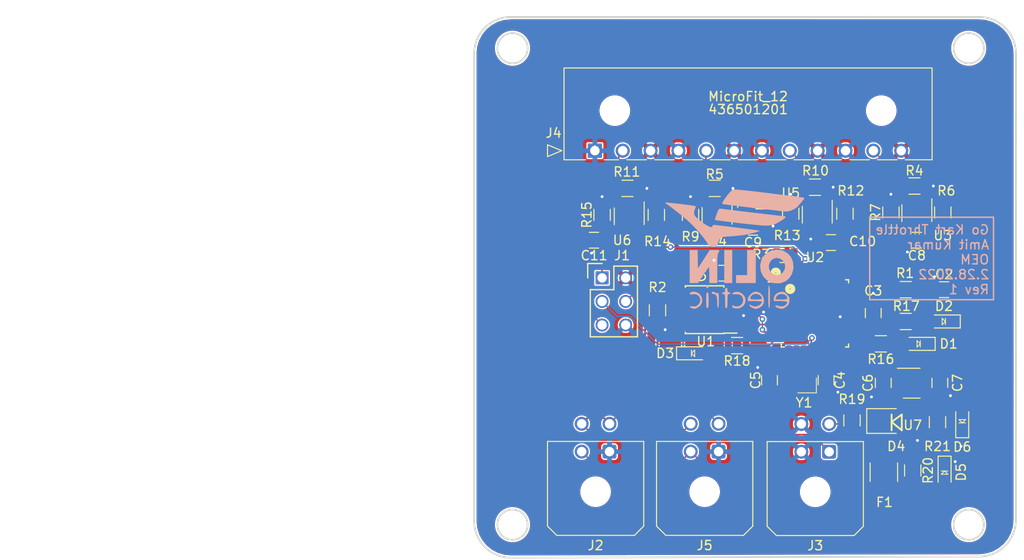
<source format=kicad_pcb>
(kicad_pcb (version 20171130) (host pcbnew 5.1.10)
  (title_block (date 2022-03-07) (rev "Rev 2"))
  (layers (0 F.Cu signal) (31 B.Cu signal) (34 B.Paste user) (35 F.Paste user hide) (36 B.SilkS user) (37 F.SilkS user) (38 B.Mask user) (39 F.Mask user) (44 Edge.Cuts user))
  (net 0 "")
  (net 1 GND)
  (net 2 +5V)
  (net 3 "Net-(C3-Pad1)")
  (net 4 "Net-(C4-Pad1)")
  (net 5 "Net-(C5-Pad1)")
  (net 6 "Net-(D1-Pad2)")
  (net 7 "Net-(D2-Pad2)")
  (net 8 "Net-(D3-Pad2)")
  (net 9 /MISO)
  (net 10 /SCK)
  (net 11 /MOSI)
  (net 12 /RESET)
  (net 13 /CAN_-)
  (net 14 /CAN_+)
  (net 15 /VIN1)
  (net 16 /VIN2)
  (net 17 /VIN3)
  (net 18 /VIN4)
  (net 19 "Net-(R6-Pad2)")
  (net 20 /VOUT1)
  (net 21 /VOUT3)
  (net 22 "Net-(R8-Pad2)")
  (net 23 /VOUT2)
  (net 24 "Net-(R12-Pad2)")
  (net 25 "Net-(R14-Pad2)")
  (net 26 /VOUT4)
  (net 27 /PROGRAMMINGLED1)
  (net 28 /PROGRAMMINGLED2)
  (net 29 /PROGRAMMINGLED3)
  (net 30 /CAN_TX)
  (net 31 /CAN_RX)
  (net 32 "Net-(U1-Pad5)")
  (net 33 "Net-(U2-Pad3)")
  (net 34 "Net-(U2-Pad13)")
  (net 35 "Net-(U2-Pad14)")
  (net 36 "Net-(U2-Pad21)")
  (net 37 "Net-(U2-Pad23)")
  (net 38 "Net-(U2-Pad24)")
  (net 39 "Net-(U2-Pad25)")
  (net 40 "Net-(U2-Pad29)")
  (net 41 "Net-(U2-Pad30)")
  (net 42 "Net-(U2-Pad32)")
  (net 43 +BATT)
  (net 44 /START_BUTTON)
  (net 45 "Net-(J3-Pad3)")
  (net 46 /READY_TO_DRIVE_LED)
  (net 47 "Net-(U2-Pad22)")
  (net 48 "Net-(C6-Pad1)")
  (net 49 "Net-(D5-Pad2)")
  (net 50 "Net-(D6-Pad2)")
  (module footprints:MicroFit_RA_4 (layer F.Cu) (at 163.8695 123.315 180)
    (fp_text reference J2 (at 1.5 -10.12) (layer F.SilkS))
    (fp_text value MicroFit_RA_4)
    (pad "" np_thru_hole circle (at 1.5 -4.32 180) (size 3 3) (drill 3) (layers *.Cu *.Mask))
    (pad 1 thru_hole roundrect (at 0 0 180) (size 1.5 1.5) (drill 1.02) (layers *.Cu *.Mask) (roundrect_rratio 0.1666666666666667) (net 1 GND))
    (pad 2 thru_hole circle (at 3 0 180) (size 1.5 1.5) (drill 1.02) (layers *.Cu *.Mask) (net 43 +BATT))
    (pad 3 thru_hole circle (at 0 3 180) (size 1.5 1.5) (drill 1.02) (layers *.Cu *.Mask) (net 14 /CAN_+))
    (pad 4 thru_hole circle (at 3 3 180) (size 1.5 1.5) (drill 1.02) (layers *.Cu *.Mask) (net 13 /CAN_-))
  )
  (module footprints:Small_OE_Logo (layer B.Cu) (at 177.419 101.4095 180)
    (fp_text reference G*** hide)
    (fp_text value LOGO hide)
  )
  (module footprints:R_0805_OEM (layer F.Cu) (at 195.773 109.2835)
    (fp_text reference R17 (at 0.061 -1.651) (layer F.SilkS))
    (fp_text value R_200 hide)
    (pad 1 smd rect (at -0.95 0) (size 0.7 1.3) (layers F.Cu F.Paste F.Mask) (net 28 /PROGRAMMINGLED2))
    (pad 2 smd rect (at 0.95 0) (size 0.7 1.3) (layers F.Cu F.Paste F.Mask) (net 7 "Net-(D2-Pad2)"))
  )
  (module footprints:LED_0805_OEM (layer F.Cu) (at 199.855 109.2835 180)
    (fp_text reference D2 (at -0.043 1.651) (layer F.SilkS))
    (fp_text value LED_0805_Amber hide)
    (pad 2 smd rect (at 1.1 0) (size 1.2 1.2) (layers F.Cu F.Paste F.Mask) (net 7 "Net-(D2-Pad2)"))
    (pad 1 smd rect (at -1.1 0) (size 1.2 1.2) (layers F.Cu F.Paste F.Mask) (net 1 GND))
  )
  (module footprints:R_0805_OEM (layer F.Cu) (at 193.101 111.6965)
    (fp_text reference R16 (at 0 1.651) (layer F.SilkS))
    (fp_text value R_200 hide)
    (pad 1 smd rect (at -0.95 0) (size 0.7 1.3) (layers F.Cu F.Paste F.Mask) (net 27 /PROGRAMMINGLED1))
    (pad 2 smd rect (at 0.95 0) (size 0.7 1.3) (layers F.Cu F.Paste F.Mask) (net 6 "Net-(D1-Pad2)"))
  )
  (module footprints:LED_0805_OEM (layer F.Cu) (at 197.147 111.6965 180)
    (fp_text reference D1 (at -3.259 0) (layer F.SilkS))
    (fp_text value LED_0805 hide)
    (pad 2 smd rect (at 1.1 0) (size 1.2 1.2) (layers F.Cu F.Paste F.Mask) (net 6 "Net-(D1-Pad2)"))
    (pad 1 smd rect (at -1.1 0) (size 1.2 1.2) (layers F.Cu F.Paste F.Mask) (net 1 GND))
  )
  (module footprints:R_0805_OEM (layer F.Cu) (at 178.562 96.3905 270)
    (fp_text reference R8 (at 0 -1.65 90) (layer F.SilkS))
    (fp_text value R_10K hide)
    (pad 1 smd rect (at -0.95 0 270) (size 0.7 1.3) (layers F.Cu F.Paste F.Mask) (net 21 /VOUT3))
    (pad 2 smd rect (at 0.95 0 270) (size 0.7 1.3) (layers F.Cu F.Paste F.Mask) (net 22 "Net-(R8-Pad2)"))
  )
  (module footprints:R_0805_OEM (layer F.Cu) (at 177.612 111.887 180)
    (fp_text reference R18 (at 0.0025 -1.651) (layer F.SilkS))
    (fp_text value R_200 hide)
    (pad 2 smd rect (at 0.95 0 180) (size 0.7 1.3) (layers F.Cu F.Paste F.Mask) (net 8 "Net-(D3-Pad2)"))
    (pad 1 smd rect (at -0.95 0 180) (size 0.7 1.3) (layers F.Cu F.Paste F.Mask) (net 29 /PROGRAMMINGLED3))
  )
  (module footprints:LED_0805_OEM (layer F.Cu) (at 172.89 112.7125)
    (fp_text reference D3 (at -3.0275 0) (layer F.SilkS))
    (fp_text value LED_0805_Red hide)
    (pad 1 smd rect (at -1.1 0 180) (size 1.2 1.2) (layers F.Cu F.Paste F.Mask) (net 1 GND))
    (pad 2 smd rect (at 1.1 0 180) (size 1.2 1.2) (layers F.Cu F.Paste F.Mask) (net 8 "Net-(D3-Pad2)"))
  )
  (module footprints:C_0805_OEM (layer F.Cu) (at 176.133 104.0765 180)
    (fp_text reference C1 (at 2.397 0 270) (layer F.SilkS))
    (fp_text value C_0.1uF hide)
    (pad 2 smd rect (at 1 0 180) (size 1 1.25) (layers F.Cu F.Paste F.Mask) (net 1 GND))
    (pad 1 smd rect (at -1 0 180) (size 1 1.25) (layers F.Cu F.Paste F.Mask) (net 2 +5V))
  )
  (module footprints:C_0805_OEM (layer F.Cu) (at 199.914 105.8545 180)
    (fp_text reference C2 (at 0 1.651) (layer F.SilkS))
    (fp_text value C_0.1uF hide)
    (pad 1 smd rect (at -1 0 180) (size 1 1.25) (layers F.Cu F.Paste F.Mask) (net 2 +5V))
    (pad 2 smd rect (at 1 0 180) (size 1 1.25) (layers F.Cu F.Paste F.Mask) (net 1 GND))
  )
  (module footprints:C_0805_OEM (layer F.Cu) (at 192.278 108.3785 90)
    (fp_text reference C3 (at 2.397 0 180) (layer F.SilkS))
    (fp_text value C_100pF hide)
    (pad 1 smd rect (at -1 0 90) (size 1 1.25) (layers F.Cu F.Paste F.Mask) (net 3 "Net-(C3-Pad1)"))
    (pad 2 smd rect (at 1 0 90) (size 1 1.25) (layers F.Cu F.Paste F.Mask) (net 1 GND))
  )
  (module footprints:C_0805_OEM (layer F.Cu) (at 187.198 115.6175 270)
    (fp_text reference C4 (at 0 -1.5 90) (layer F.SilkS))
    (fp_text value C_30pF hide)
    (pad 2 smd rect (at 1 0 270) (size 1 1.25) (layers F.Cu F.Paste F.Mask) (net 1 GND))
    (pad 1 smd rect (at -1 0 270) (size 1 1.25) (layers F.Cu F.Paste F.Mask) (net 4 "Net-(C4-Pad1)"))
  )
  (module footprints:C_0805_OEM (layer F.Cu) (at 181.102 115.6175 90)
    (fp_text reference C5 (at 0 -1.5 90) (layer F.SilkS))
    (fp_text value C_30pF hide)
    (pad 1 smd rect (at -1 0 90) (size 1 1.25) (layers F.Cu F.Paste F.Mask) (net 5 "Net-(C5-Pad1)"))
    (pad 2 smd rect (at 1 0 90) (size 1 1.25) (layers F.Cu F.Paste F.Mask) (net 1 GND))
  )
  (module footprints:Pin_Header_Straight_2x03 (layer F.Cu) (at 163.068 104.5845)
    (fp_text reference J1 (at 2.159 -2.413) (layer F.SilkS))
    (fp_text value CONN_02X03 hide)
    (pad 1 thru_hole rect (at 0 0) (size 1.4 1.4) (drill 1.016) (layers *.Cu *.Mask) (net 9 /MISO))
    (pad 2 thru_hole circle (at 2.54 0) (size 1.4 1.4) (drill 1.016) (layers *.Cu *.Mask) (net 2 +5V))
    (pad 3 thru_hole circle (at 0 2.54) (size 1.4 1.4) (drill 1.016) (layers *.Cu *.Mask) (net 10 /SCK))
    (pad 4 thru_hole circle (at 2.54 2.54) (size 1.4 1.4) (drill 1.016) (layers *.Cu *.Mask) (net 11 /MOSI))
    (pad 5 thru_hole circle (at 0 5.08) (size 1.4 1.4) (drill 1.016) (layers *.Cu *.Mask) (net 12 /RESET))
    (pad 6 thru_hole circle (at 2.54 5.08) (size 1.4 1.4) (drill 1.016) (layers *.Cu *.Mask) (net 1 GND))
  )
  (module footprints:MicroFit12_ra (layer F.Cu) (at 162.291719 90.8685 180)
    (fp_text reference J4 (at 4.445 1.905) (layer F.SilkS))
    (fp_text value MicroFit_12 (at -16.499993 5.842) (layer F.SilkS))
    (fp_text user * (at 0 0) (layer F.SilkS))
    (fp_text user 436501201 (at -16.51 4.445) (layer F.SilkS))
    (pad 1 thru_hole rect (at 0 0 180) (size 1.52 1.52) (drill 1.02) (layers *.Cu *.Mask) (net 1 GND))
    (pad 2 thru_hole circle (at -2.999999 0 180) (size 1.52 1.52) (drill 1.02) (layers *.Cu *.Mask) (net 18 /VIN4))
    (pad 3 thru_hole circle (at -5.999998 0 180) (size 1.52 1.52) (drill 1.02) (layers *.Cu *.Mask) (net 2 +5V))
    (pad 4 thru_hole circle (at -8.999997 0 180) (size 1.52 1.52) (drill 1.02) (layers *.Cu *.Mask) (net 1 GND))
    (pad 5 thru_hole circle (at -11.999996 0 180) (size 1.52 1.52) (drill 1.02) (layers *.Cu *.Mask) (net 17 /VIN3))
    (pad 6 thru_hole circle (at -14.999995 0 180) (size 1.52 1.52) (drill 1.02) (layers *.Cu *.Mask) (net 2 +5V))
    (pad 7 thru_hole circle (at -17.999994 0 180) (size 1.52 1.52) (drill 1.02) (layers *.Cu *.Mask) (net 1 GND))
    (pad 8 thru_hole circle (at -20.999994 0 180) (size 1.52 1.52) (drill 1.02) (layers *.Cu *.Mask) (net 16 /VIN2))
    (pad 9 thru_hole circle (at -23.999993 0 180) (size 1.52 1.52) (drill 1.02) (layers *.Cu *.Mask) (net 2 +5V))
    (pad 10 thru_hole circle (at -26.999992 0 180) (size 1.52 1.52) (drill 1.02) (layers *.Cu *.Mask) (net 1 GND))
    (pad 11 thru_hole circle (at -29.999991 0 180) (size 1.52 1.52) (drill 1.02) (layers *.Cu *.Mask) (net 15 /VIN1))
    (pad 12 thru_hole circle (at -32.99999 0 180) (size 1.52 1.52) (drill 1.02) (layers *.Cu *.Mask) (net 2 +5V))
    (pad M1 np_thru_hole circle (at -2.150044 4.319999 180) (size 2.999999 2.999999) (drill 2.999999) (layers *.Cu *.Mask))
    (pad M2 np_thru_hole circle (at -30.849987 4.319999 180) (size 2.999999 2.999999) (drill 2.999999) (layers *.Cu *.Mask))
  )
  (module footprints:R_0805_OEM (layer F.Cu) (at 195.773 105.8545 180)
    (fp_text reference R1 (at 0.061 1.778) (layer F.SilkS))
    (fp_text value R_100 hide)
    (pad 2 smd rect (at 0.95 0 180) (size 0.7 1.3) (layers F.Cu F.Paste F.Mask) (net 3 "Net-(C3-Pad1)"))
    (pad 1 smd rect (at -0.95 0 180) (size 0.7 1.3) (layers F.Cu F.Paste F.Mask) (net 2 +5V))
  )
  (module footprints:R_0805_OEM (layer F.Cu) (at 169.037 108.0795 90)
    (fp_text reference R2 (at 2.479 0 180) (layer F.SilkS))
    (fp_text value R_120_DNP hide)
    (pad 1 smd rect (at -0.95 0 90) (size 0.7 1.3) (layers F.Cu F.Paste F.Mask) (net 14 /CAN_+))
    (pad 2 smd rect (at 0.95 0 90) (size 0.7 1.3) (layers F.Cu F.Paste F.Mask) (net 13 /CAN_-))
  )
  (module footprints:R_0805_OEM (layer F.Cu) (at 182.819 102.0445)
    (fp_text reference R3 (at -2.606 0) (layer F.SilkS))
    (fp_text value R_10K hide)
    (pad 1 smd rect (at -0.95 0) (size 0.7 1.3) (layers F.Cu F.Paste F.Mask) (net 2 +5V))
    (pad 2 smd rect (at 0.95 0) (size 0.7 1.3) (layers F.Cu F.Paste F.Mask) (net 12 /RESET))
  )
  (module footprints:R_0805_OEM (layer F.Cu) (at 196.723 94.6785 180)
    (fp_text reference R4 (at 0 1.651) (layer F.SilkS))
    (fp_text value R_100K hide)
    (pad 2 smd rect (at 0.95 0 180) (size 0.7 1.3) (layers F.Cu F.Paste F.Mask) (net 15 /VIN1))
    (pad 1 smd rect (at -0.95 0 180) (size 0.7 1.3) (layers F.Cu F.Paste F.Mask) (net 1 GND))
  )
  (module footprints:R_0805_OEM (layer F.Cu) (at 175.199 94.9325 180)
    (fp_text reference R5 (at 0 1.524) (layer F.SilkS))
    (fp_text value R_100K hide)
    (pad 2 smd rect (at 0.95 0 180) (size 0.7 1.3) (layers F.Cu F.Paste F.Mask) (net 17 /VIN3))
    (pad 1 smd rect (at -0.95 0 180) (size 0.7 1.3) (layers F.Cu F.Paste F.Mask) (net 1 GND))
  )
  (module footprints:R_0805_OEM (layer F.Cu) (at 199.771 97.5335 270)
    (fp_text reference R6 (at -2.347 -0.381 180) (layer F.SilkS))
    (fp_text value R_10K hide)
    (pad 2 smd rect (at 0.95 0 270) (size 0.7 1.3) (layers F.Cu F.Paste F.Mask) (net 19 "Net-(R6-Pad2)"))
    (pad 1 smd rect (at -0.95 0 270) (size 0.7 1.3) (layers F.Cu F.Paste F.Mask) (net 20 /VOUT1))
  )
  (module footprints:R_0805_OEM (layer F.Cu) (at 194.183 97.5335 90)
    (fp_text reference R7 (at 0 -1.65 90) (layer F.SilkS))
    (fp_text value R_10K_DNP hide)
    (pad 1 smd rect (at -0.95 0 90) (size 0.7 1.3) (layers F.Cu F.Paste F.Mask) (net 19 "Net-(R6-Pad2)"))
    (pad 2 smd rect (at 0.95 0 90) (size 0.7 1.3) (layers F.Cu F.Paste F.Mask) (net 1 GND))
  )
  (module footprints:R_0805_OEM (layer F.Cu) (at 172.593 97.7875 90)
    (fp_text reference R9 (at -2.352 0 180) (layer F.SilkS))
    (fp_text value R_10K_DNP hide)
    (pad 2 smd rect (at 0.95 0 90) (size 0.7 1.3) (layers F.Cu F.Paste F.Mask) (net 1 GND))
    (pad 1 smd rect (at -0.95 0 90) (size 0.7 1.3) (layers F.Cu F.Paste F.Mask) (net 22 "Net-(R8-Pad2)"))
  )
  (module footprints:R_0805_OEM (layer F.Cu) (at 185.994 94.8055 180)
    (fp_text reference R10 (at -0.061 1.778) (layer F.SilkS))
    (fp_text value R_100K hide)
    (pad 1 smd rect (at -0.95 0 180) (size 0.7 1.3) (layers F.Cu F.Paste F.Mask) (net 1 GND))
    (pad 2 smd rect (at 0.95 0 180) (size 0.7 1.3) (layers F.Cu F.Paste F.Mask) (net 16 /VIN2))
  )
  (module footprints:R_0805_OEM (layer F.Cu) (at 165.801 94.9325 180)
    (fp_text reference R11 (at 0.066 1.778) (layer F.SilkS))
    (fp_text value R_100K hide)
    (pad 2 smd rect (at 0.95 0 180) (size 0.7 1.3) (layers F.Cu F.Paste F.Mask) (net 18 /VIN4))
    (pad 1 smd rect (at -0.95 0 180) (size 0.7 1.3) (layers F.Cu F.Paste F.Mask) (net 1 GND))
  )
  (module footprints:R_0805_OEM (layer F.Cu) (at 189.23 97.6605 270)
    (fp_text reference R12 (at -2.474 -0.635 180) (layer F.SilkS))
    (fp_text value R_10K hide)
    (pad 1 smd rect (at -0.95 0 270) (size 0.7 1.3) (layers F.Cu F.Paste F.Mask) (net 23 /VOUT2))
    (pad 2 smd rect (at 0.95 0 270) (size 0.7 1.3) (layers F.Cu F.Paste F.Mask) (net 24 "Net-(R12-Pad2)"))
  )
  (module footprints:R_0805_OEM (layer F.Cu) (at 183.388 97.6605 90)
    (fp_text reference R13 (at -2.352 -0.381 180) (layer F.SilkS))
    (fp_text value R_10K_DNP hide)
    (pad 1 smd rect (at -0.95 0 90) (size 0.7 1.3) (layers F.Cu F.Paste F.Mask) (net 24 "Net-(R12-Pad2)"))
    (pad 2 smd rect (at 0.95 0 90) (size 0.7 1.3) (layers F.Cu F.Paste F.Mask) (net 1 GND))
  )
  (module footprints:R_0805_OEM (layer F.Cu) (at 168.91 97.7875 270)
    (fp_text reference R14 (at 2.86 -0.127 180) (layer F.SilkS))
    (fp_text value R_10K hide)
    (pad 2 smd rect (at 0.95 0 270) (size 0.7 1.3) (layers F.Cu F.Paste F.Mask) (net 25 "Net-(R14-Pad2)"))
    (pad 1 smd rect (at -0.95 0 270) (size 0.7 1.3) (layers F.Cu F.Paste F.Mask) (net 26 /VOUT4))
  )
  (module footprints:R_0805_OEM (layer F.Cu) (at 163.068 97.7875 90)
    (fp_text reference R15 (at 0 -1.65 90) (layer F.SilkS))
    (fp_text value R_10K_DNP hide)
    (pad 1 smd rect (at -0.95 0 90) (size 0.7 1.3) (layers F.Cu F.Paste F.Mask) (net 25 "Net-(R14-Pad2)"))
    (pad 2 smd rect (at 0.95 0 90) (size 0.7 1.3) (layers F.Cu F.Paste F.Mask) (net 1 GND))
  )
  (module footprints:SOIC-8_3.9x4.9mm_Pitch1.27mm_OEM (layer F.Cu) (at 174.117 108.0135 180)
    (fp_text reference U1 (at -0.127 -3.429) (layer F.SilkS))
    (fp_text value MCP2561-E_SN hide)
    (pad 8 smd rect (at 2.7 -1.905 180) (size 1.55 0.6) (layers F.Cu F.Paste F.Mask) (net 1 GND))
    (pad 7 smd rect (at 2.7 -0.635 180) (size 1.55 0.6) (layers F.Cu F.Paste F.Mask) (net 14 /CAN_+))
    (pad 6 smd rect (at 2.7 0.635 180) (size 1.55 0.6) (layers F.Cu F.Paste F.Mask) (net 13 /CAN_-))
    (pad 5 smd rect (at 2.7 1.905 180) (size 1.55 0.6) (layers F.Cu F.Paste F.Mask) (net 32 "Net-(U1-Pad5)"))
    (pad 4 smd rect (at -2.7 1.905 180) (size 1.55 0.6) (layers F.Cu F.Paste F.Mask) (net 31 /CAN_RX))
    (pad 3 smd rect (at -2.7 0.635 180) (size 1.55 0.6) (layers F.Cu F.Paste F.Mask) (net 2 +5V))
    (pad 2 smd rect (at -2.7 -0.635 180) (size 1.55 0.6) (layers F.Cu F.Paste F.Mask) (net 1 GND))
    (pad 1 smd rect (at -2.7 -1.905 180) (size 1.55 0.6) (layers F.Cu F.Paste F.Mask) (net 30 /CAN_TX))
  )
  (module footprints:TQFP-32_7x7mm_Pitch0.8mm (layer F.Cu) (at 185.996 108.4135)
    (fp_text reference U2 (at 0 -6.05) (layer F.SilkS))
    (fp_text value ATMEGA16M1 hide)
    (pad 1 smd rect (at -4.25 -2.8) (size 1.6 0.55) (layers F.Cu F.Paste F.Mask) (net 9 /MISO))
    (pad 2 smd rect (at -4.25 -2) (size 1.6 0.55) (layers F.Cu F.Paste F.Mask) (net 11 /MOSI))
    (pad 3 smd rect (at -4.25 -1.2) (size 1.6 0.55) (layers F.Cu F.Paste F.Mask) (net 33 "Net-(U2-Pad3)"))
    (pad 4 smd rect (at -4.25 -0.4) (size 1.6 0.55) (layers F.Cu F.Paste F.Mask) (net 2 +5V))
    (pad 5 smd rect (at -4.25 0.4) (size 1.6 0.55) (layers F.Cu F.Paste F.Mask) (net 1 GND))
    (pad 6 smd rect (at -4.25 1.2) (size 1.6 0.55) (layers F.Cu F.Paste F.Mask) (net 30 /CAN_TX))
    (pad 7 smd rect (at -4.25 2) (size 1.6 0.55) (layers F.Cu F.Paste F.Mask) (net 31 /CAN_RX))
    (pad 8 smd rect (at -4.25 2.8) (size 1.6 0.55) (layers F.Cu F.Paste F.Mask) (net 29 /PROGRAMMINGLED3))
    (pad 9 smd rect (at -2.8 4.25 90) (size 1.6 0.55) (layers F.Cu F.Paste F.Mask) (net 44 /START_BUTTON))
    (pad 10 smd rect (at -2 4.25 90) (size 1.6 0.55) (layers F.Cu F.Paste F.Mask) (net 5 "Net-(C5-Pad1)"))
    (pad 11 smd rect (at -1.2 4.25 90) (size 1.6 0.55) (layers F.Cu F.Paste F.Mask) (net 4 "Net-(C4-Pad1)"))
    (pad 12 smd rect (at -0.4 4.25 90) (size 1.6 0.55) (layers F.Cu F.Paste F.Mask) (net 10 /SCK))
    (pad 13 smd rect (at 0.4 4.25 90) (size 1.6 0.55) (layers F.Cu F.Paste F.Mask) (net 34 "Net-(U2-Pad13)"))
    (pad 14 smd rect (at 1.2 4.25 90) (size 1.6 0.55) (layers F.Cu F.Paste F.Mask) (net 35 "Net-(U2-Pad14)"))
    (pad 15 smd rect (at 2 4.25 90) (size 1.6 0.55) (layers F.Cu F.Paste F.Mask) (net 46 /READY_TO_DRIVE_LED))
    (pad 16 smd rect (at 2.8 4.25 90) (size 1.6 0.55) (layers F.Cu F.Paste F.Mask) (net 20 /VOUT1))
    (pad 17 smd rect (at 4.25 2.8) (size 1.6 0.55) (layers F.Cu F.Paste F.Mask) (net 27 /PROGRAMMINGLED1))
    (pad 18 smd rect (at 4.25 2) (size 1.6 0.55) (layers F.Cu F.Paste F.Mask) (net 28 /PROGRAMMINGLED2))
    (pad 19 smd rect (at 4.25 1.2) (size 1.6 0.55) (layers F.Cu F.Paste F.Mask) (net 3 "Net-(C3-Pad1)"))
    (pad 20 smd rect (at 4.25 0.4) (size 1.6 0.55) (layers F.Cu F.Paste F.Mask) (net 1 GND))
    (pad 21 smd rect (at 4.25 -0.4) (size 1.6 0.55) (layers F.Cu F.Paste F.Mask) (net 36 "Net-(U2-Pad21)"))
    (pad 22 smd rect (at 4.25 -1.2) (size 1.6 0.55) (layers F.Cu F.Paste F.Mask) (net 47 "Net-(U2-Pad22)"))
    (pad 23 smd rect (at 4.25 -2) (size 1.6 0.55) (layers F.Cu F.Paste F.Mask) (net 37 "Net-(U2-Pad23)"))
    (pad 24 smd rect (at 4.25 -2.8) (size 1.6 0.55) (layers F.Cu F.Paste F.Mask) (net 38 "Net-(U2-Pad24)"))
    (pad 25 smd rect (at 2.8 -4.25 90) (size 1.6 0.55) (layers F.Cu F.Paste F.Mask) (net 39 "Net-(U2-Pad25)"))
    (pad 26 smd rect (at 2 -4.25 90) (size 1.6 0.55) (layers F.Cu F.Paste F.Mask) (net 23 /VOUT2))
    (pad 27 smd rect (at 1.2 -4.25 90) (size 1.6 0.55) (layers F.Cu F.Paste F.Mask) (net 21 /VOUT3))
    (pad 28 smd rect (at 0.4 -4.25 90) (size 1.6 0.55) (layers F.Cu F.Paste F.Mask) (net 26 /VOUT4))
    (pad 29 smd rect (at -0.4 -4.25 90) (size 1.6 0.55) (layers F.Cu F.Paste F.Mask) (net 40 "Net-(U2-Pad29)"))
    (pad 30 smd rect (at -1.2 -4.25 90) (size 1.6 0.55) (layers F.Cu F.Paste F.Mask) (net 41 "Net-(U2-Pad30)"))
    (pad 31 smd rect (at -2 -4.25 90) (size 1.6 0.55) (layers F.Cu F.Paste F.Mask) (net 12 /RESET))
    (pad 32 smd rect (at -2.8 -4.25 90) (size 1.6 0.55) (layers F.Cu F.Paste F.Mask) (net 42 "Net-(U2-Pad32)"))
  )
  (module footprints:Crystal_SMD_FA238 (layer F.Cu) (at 184.15 115.3795 180)
    (fp_text reference Y1 (at -0.67564 -2.66192) (layer F.SilkS))
    (fp_text value Crystal_SMD hide)
    (pad 1 smd rect (at -1.1 0.8 180) (size 1.4 1.2) (layers F.Cu F.Mask) (net 4 "Net-(C4-Pad1)"))
    (pad 2 smd rect (at 1.1 0.8 180) (size 1.4 1.2) (layers F.Cu F.Mask) (net 1 GND))
    (pad 3 smd rect (at 1.1 -0.8 180) (size 1.4 1.2) (layers F.Cu F.Mask) (net 5 "Net-(C5-Pad1)"))
    (pad 4 smd rect (at -1.1 -0.8 180) (size 1.4 1.2) (layers F.Cu F.Mask) (net 1 GND))
  )
  (module footprints:SOT-23-5_OEM (layer F.Cu) (at 196.977 97.5995 270)
    (fp_text reference U3 (at 2.413 -2.794 180) (layer F.SilkS))
    (fp_text value MCP6001 hide)
    (pad 5 smd rect (at 1.1 -0.95 270) (size 1.06 0.65) (layers F.Cu F.Paste F.Mask) (net 2 +5V))
    (pad 4 smd rect (at 1.1 0.95 270) (size 1.06 0.65) (layers F.Cu F.Paste F.Mask) (net 19 "Net-(R6-Pad2)"))
    (pad 3 smd rect (at -1.1 0.95 270) (size 1.06 0.65) (layers F.Cu F.Paste F.Mask) (net 15 /VIN1))
    (pad 2 smd rect (at -1.1 0 270) (size 1.06 0.65) (layers F.Cu F.Paste F.Mask) (net 1 GND))
    (pad 1 smd rect (at -1.1 -0.95 270) (size 1.06 0.65) (layers F.Cu F.Paste F.Mask) (net 20 /VOUT1))
  )
  (module footprints:SOT-23-5_OEM (layer F.Cu) (at 175.453 97.8965 270)
    (fp_text reference U4 (at 2.751 -0.061 180) (layer F.SilkS))
    (fp_text value MCP6001 hide)
    (pad 1 smd rect (at -1.1 -0.95 270) (size 1.06 0.65) (layers F.Cu F.Paste F.Mask) (net 21 /VOUT3))
    (pad 2 smd rect (at -1.1 0 270) (size 1.06 0.65) (layers F.Cu F.Paste F.Mask) (net 1 GND))
    (pad 3 smd rect (at -1.1 0.95 270) (size 1.06 0.65) (layers F.Cu F.Paste F.Mask) (net 17 /VIN3))
    (pad 4 smd rect (at 1.1 0.95 270) (size 1.06 0.65) (layers F.Cu F.Paste F.Mask) (net 22 "Net-(R8-Pad2)"))
    (pad 5 smd rect (at 1.1 -0.95 270) (size 1.06 0.65) (layers F.Cu F.Paste F.Mask) (net 2 +5V))
  )
  (module footprints:SOT-23-5_OEM (layer F.Cu) (at 186.248 97.7695 270)
    (fp_text reference U5 (at -2.329 2.86 180) (layer F.SilkS))
    (fp_text value MCP6001 hide)
    (pad 5 smd rect (at 1.1 -0.95 270) (size 1.06 0.65) (layers F.Cu F.Paste F.Mask) (net 2 +5V))
    (pad 4 smd rect (at 1.1 0.95 270) (size 1.06 0.65) (layers F.Cu F.Paste F.Mask) (net 24 "Net-(R12-Pad2)"))
    (pad 3 smd rect (at -1.1 0.95 270) (size 1.06 0.65) (layers F.Cu F.Paste F.Mask) (net 16 /VIN2))
    (pad 2 smd rect (at -1.1 0 270) (size 1.06 0.65) (layers F.Cu F.Paste F.Mask) (net 1 GND))
    (pad 1 smd rect (at -1.1 -0.95 270) (size 1.06 0.65) (layers F.Cu F.Paste F.Mask) (net 23 /VOUT2))
  )
  (module footprints:SOT-23-5_OEM (layer F.Cu) (at 165.989 97.9375 270)
    (fp_text reference U6 (at 2.583 0.762 180) (layer F.SilkS))
    (fp_text value MCP6001 hide)
    (pad 1 smd rect (at -1.1 -0.95 270) (size 1.06 0.65) (layers F.Cu F.Paste F.Mask) (net 26 /VOUT4))
    (pad 2 smd rect (at -1.1 0 270) (size 1.06 0.65) (layers F.Cu F.Paste F.Mask) (net 1 GND))
    (pad 3 smd rect (at -1.1 0.95 270) (size 1.06 0.65) (layers F.Cu F.Paste F.Mask) (net 18 /VIN4))
    (pad 4 smd rect (at 1.1 0.95 270) (size 1.06 0.65) (layers F.Cu F.Paste F.Mask) (net 25 "Net-(R14-Pad2)"))
    (pad 5 smd rect (at 1.1 -0.95 270) (size 1.06 0.65) (layers F.Cu F.Paste F.Mask) (net 2 +5V))
  )
  (module footprints:C_0805_OEM (layer F.Cu) (at 193.3575 115.9035 270)
    (fp_text reference C6 (at 0 1.651 90) (layer F.SilkS))
    (fp_text value C_1uF hide)
    (pad 2 smd rect (at 1 0 270) (size 1 1.25) (layers F.Cu F.Paste F.Mask) (net 1 GND))
    (pad 1 smd rect (at -1 0 270) (size 1 1.25) (layers F.Cu F.Paste F.Mask) (net 48 "Net-(C6-Pad1)"))
  )
  (module footprints:C_0805_OEM (layer F.Cu) (at 199.4535 115.9035 270)
    (fp_text reference C7 (at 0 -1.905 90) (layer F.SilkS))
    (fp_text value C_1uF hide)
    (pad 1 smd rect (at -1 0 270) (size 1 1.25) (layers F.Cu F.Paste F.Mask) (net 2 +5V))
    (pad 2 smd rect (at 1 0 270) (size 1 1.25) (layers F.Cu F.Paste F.Mask) (net 1 GND))
  )
  (module footprints:SOT-23-5 (layer F.Cu) (at 196.425501 115.934501)
    (fp_text reference U7 (at 0.106999 4.524999) (layer F.SilkS))
    (fp_text value AP7370)
    (pad 1 smd rect (at -1.1 -0.95) (size 1.06 0.65) (layers F.Cu F.Paste F.Mask) (net 48 "Net-(C6-Pad1)"))
    (pad 2 smd rect (at -1.1 0) (size 1.06 0.65) (layers F.Cu F.Paste F.Mask) (net 1 GND))
    (pad 3 smd rect (at -1.1 0.95) (size 1.06 0.65) (layers F.Cu F.Paste F.Mask))
    (pad 4 smd rect (at 1.1 0.95) (size 1.06 0.65) (layers F.Cu F.Paste F.Mask))
    (pad 5 smd rect (at 1.1 -0.95) (size 1.06 0.65) (layers F.Cu F.Paste F.Mask) (net 2 +5V))
  )
  (module footprints:MicroFit_RA_4 (layer F.Cu) (at 175.617 123.315 180)
    (fp_text reference J5 (at 1.5 -10.12) (layer F.SilkS))
    (fp_text value MicroFit_RA_4)
    (pad 4 thru_hole circle (at 3 3 180) (size 1.5 1.5) (drill 1.02) (layers *.Cu *.Mask) (net 13 /CAN_-))
    (pad 3 thru_hole circle (at 0 3 180) (size 1.5 1.5) (drill 1.02) (layers *.Cu *.Mask) (net 14 /CAN_+))
    (pad 2 thru_hole circle (at 3 0 180) (size 1.5 1.5) (drill 1.02) (layers *.Cu *.Mask) (net 43 +BATT))
    (pad 1 thru_hole roundrect (at 0 0 180) (size 1.5 1.5) (drill 1.02) (layers *.Cu *.Mask) (roundrect_rratio 0.1666666666666667) (net 1 GND))
    (pad "" np_thru_hole circle (at 1.5 -4.32 180) (size 3 3) (drill 3) (layers *.Cu *.Mask))
  )
  (module footprints:C_0805_OEM (layer F.Cu) (at 196.977 100.5205)
    (fp_text reference C8 (at 0 1.651) (layer F.SilkS))
    (fp_text value C_1uF hide)
    (pad 1 smd rect (at -1 0) (size 1 1.25) (layers F.Cu F.Paste F.Mask) (net 1 GND))
    (pad 2 smd rect (at 1 0) (size 1 1.25) (layers F.Cu F.Paste F.Mask) (net 2 +5V))
  )
  (module footprints:C_0805_OEM (layer F.Cu) (at 179.34 99.1235 180)
    (fp_text reference C9 (at 0.016 -1.651) (layer F.SilkS))
    (fp_text value C_1uF hide)
    (pad 2 smd rect (at 1 0 180) (size 1 1.25) (layers F.Cu F.Paste F.Mask) (net 2 +5V))
    (pad 1 smd rect (at -1 0 180) (size 1 1.25) (layers F.Cu F.Paste F.Mask) (net 1 GND))
  )
  (module footprints:C_0805_OEM (layer F.Cu) (at 187.722 100.7745)
    (fp_text reference C10 (at 3.413 -0.127) (layer F.SilkS))
    (fp_text value C_1uF hide)
    (pad 1 smd rect (at -1 0) (size 1 1.25) (layers F.Cu F.Paste F.Mask) (net 1 GND))
    (pad 2 smd rect (at 1 0) (size 1 1.25) (layers F.Cu F.Paste F.Mask) (net 2 +5V))
  )
  (module footprints:C_0805_OEM (layer F.Cu) (at 162.195 100.5205)
    (fp_text reference C11 (at 0.016 1.651) (layer F.SilkS))
    (fp_text value C_1uF hide)
    (pad 2 smd rect (at 1 0) (size 1 1.25) (layers F.Cu F.Paste F.Mask) (net 2 +5V))
    (pad 1 smd rect (at -1 0) (size 1 1.25) (layers F.Cu F.Paste F.Mask) (net 1 GND))
  )
  (module footprints:MicroFit_RA_4 (layer F.Cu) (at 187.531 123.3325 180)
    (fp_text reference J3 (at 1.5 -10.12) (layer F.SilkS))
    (fp_text value MicroFit_RA_4)
    (pad "" np_thru_hole circle (at 1.5 -4.32 180) (size 3 3) (drill 3) (layers *.Cu *.Mask))
    (pad 1 thru_hole roundrect (at 0 0 180) (size 1.5 1.5) (drill 1.02) (layers *.Cu *.Mask) (roundrect_rratio 0.1666666666666667) (net 44 /START_BUTTON))
    (pad 2 thru_hole circle (at 3 0 180) (size 1.5 1.5) (drill 1.02) (layers *.Cu *.Mask) (net 1 GND))
    (pad 3 thru_hole circle (at 0 3 180) (size 1.5 1.5) (drill 1.02) (layers *.Cu *.Mask) (net 45 "Net-(J3-Pad3)"))
    (pad 4 thru_hole circle (at 3 3 180) (size 1.5 1.5) (drill 1.02) (layers *.Cu *.Mask) (net 1 GND))
  )
  (module footprints:R_0805_OEM (layer F.Cu) (at 189.992 119.9515 270)
    (fp_text reference R19 (at -2.286 0 180) (layer F.SilkS))
    (fp_text value R_200 hide)
    (pad 1 smd rect (at -0.95 0 270) (size 0.7 1.3) (layers F.Cu F.Paste F.Mask) (net 46 /READY_TO_DRIVE_LED))
    (pad 2 smd rect (at 0.95 0 270) (size 0.7 1.3) (layers F.Cu F.Paste F.Mask) (net 45 "Net-(J3-Pad3)"))
  )
  (module footprints:DO-214AA (layer F.Cu) (at 194.7545 120.015)
    (fp_text reference D4 (at 0 2.7305) (layer F.SilkS))
    (fp_text value D_Zener_18V hide)
    (pad 2 smd rect (at 2.032 0 180) (size 1.778 2.159) (layers F.Cu F.Paste F.Mask) (net 1 GND))
    (pad 1 smd rect (at -2.032 0 180) (size 1.778 2.159) (layers F.Cu F.Paste F.Mask) (net 48 "Net-(C6-Pad1)"))
  )
  (module footprints:LED_0805_OEM (layer F.Cu) (at 199.9615 125.603 270)
    (fp_text reference D5 (at -0.0635 -1.778 90) (layer F.SilkS))
    (fp_text value LED_0805 hide)
    (pad 2 smd rect (at 1.1 0 90) (size 1.2 1.2) (layers F.Cu F.Paste F.Mask) (net 49 "Net-(D5-Pad2)"))
    (pad 1 smd rect (at -1.1 0 90) (size 1.2 1.2) (layers F.Cu F.Paste F.Mask) (net 1 GND))
  )
  (module footprints:LED_0805_OEM (layer F.Cu) (at 201.8665 120.015 90)
    (fp_text reference D6 (at -2.794 0 180) (layer F.SilkS))
    (fp_text value LED_0805 hide)
    (pad 1 smd rect (at -1.1 0 270) (size 1.2 1.2) (layers F.Cu F.Paste F.Mask) (net 1 GND))
    (pad 2 smd rect (at 1.1 0 270) (size 1.2 1.2) (layers F.Cu F.Paste F.Mask) (net 50 "Net-(D6-Pad2)"))
  )
  (module footprints:Fuse_1210 (layer F.Cu) (at 193.421 125.529 270)
    (fp_text reference F1 (at 3.249 -0.0635 180) (layer F.SilkS))
    (fp_text value F_500mA_16V hide)
    (pad 1 smd rect (at -1.45 0 270) (size 0.9 2.5) (layers F.Cu F.Paste F.Mask) (net 48 "Net-(C6-Pad1)"))
    (pad 2 smd rect (at 1.45 0 270) (size 0.9 2.5) (layers F.Cu F.Paste F.Mask) (net 43 +BATT))
  )
  (module footprints:R_0805_OEM (layer F.Cu) (at 196.5325 125.3465 270)
    (fp_text reference R20 (at 0 -1.65 90) (layer F.SilkS))
    (fp_text value R_1K hide)
    (pad 1 smd rect (at -0.95 0 270) (size 0.7 1.3) (layers F.Cu F.Paste F.Mask) (net 48 "Net-(C6-Pad1)"))
    (pad 2 smd rect (at 0.95 0 270) (size 0.7 1.3) (layers F.Cu F.Paste F.Mask) (net 49 "Net-(D5-Pad2)"))
  )
  (module footprints:R_0805_OEM (layer F.Cu) (at 199.1995 120.1445 90)
    (fp_text reference R21 (at -2.6035 0 180) (layer F.SilkS))
    (fp_text value R_200 hide)
    (pad 2 smd rect (at 0.95 0 90) (size 0.7 1.3) (layers F.Cu F.Paste F.Mask) (net 50 "Net-(D6-Pad2)"))
    (pad 1 smd rect (at -0.95 0 90) (size 0.7 1.3) (layers F.Cu F.Paste F.Mask) (net 2 +5V))
  )
  (gr_arc (start 203.708 80.395606) (end 207.649606 80.395606) (angle -90) (layer Edge.Cuts) (width 0.2))
  (gr_arc (start 153.230106 80.391) (end 153.230106 76.449394) (angle -90) (layer Edge.Cuts) (width 0.2))
  (gr_arc (start 153.230106 130.81) (end 149.2885 130.81) (angle -90) (layer Edge.Cuts) (width 0.2))
  (gr_arc (start 203.703394 130.683) (end 203.703394 134.624606) (angle -90) (layer Edge.Cuts) (width 0.2))
  (gr_circle (center 202.565 79.8195) (end 204.19695 79.8195) (layer Edge.Cuts) (width 0.2))
  (gr_circle (center 153.416 131.191) (end 155.04795 131.191) (layer Edge.Cuts) (width 0.2))
  (gr_circle (center 153.416 79.8195) (end 155.04795 79.8195) (layer Edge.Cuts) (width 0.2))
  (gr_circle (center 202.565 131.191) (end 204.19695 131.191) (layer Edge.Cuts) (width 0.2))
  (gr_line (start 205.232 98.044) (end 191.897 98.044) (layer B.SilkS) (width 0.15))
  (gr_line (start 191.897 98.171) (end 191.897 98.044) (layer B.SilkS) (width 0.15))
  (gr_line (start 191.897 98.425) (end 191.897 98.171) (layer B.SilkS) (width 0.15))
  (gr_line (start 191.897 106.934) (end 191.897 98.425) (layer B.SilkS) (width 0.15))
  (gr_line (start 196.85 106.934) (end 191.897 106.934) (layer B.SilkS) (width 0.15))
  (gr_line (start 205.232 106.934) (end 196.85 106.934) (layer B.SilkS) (width 0.15))
  (gr_line (start 205.232 98.044) (end 205.232 106.934) (layer B.SilkS) (width 0.15))
  (gr_text "Go Kart Throttle\nAmit Kumar\nOEM\n2.28.2022\nRev 1" (at 204.851 102.616) (layer B.SilkS) (effects (font (size 1 1)) (justify left mirror)))
  (gr_line (start 149.2885 130.81) (end 149.2885 80.391) (layer Edge.Cuts) (width 0.2))
  (gr_line (start 203.703394 134.624606) (end 153.230106 134.751606) (layer Edge.Cuts) (width 0.2))
  (gr_line (start 207.649606 80.395606) (end 207.645 130.683) (layer Edge.Cuts) (width 0.2))
  (gr_line (start 153.230106 76.449394) (end 203.708 76.454) (layer Edge.Cuts) (width 0.2))
  (segment (start 165.989 95.6945) (end 166.751 94.9325) (width 0.1524) (layer F.Cu) (net 1))
  (segment (start 165.989 96.8375) (end 165.989 95.6945) (width 0.1524) (layer F.Cu) (net 1))
  (segment (start 175.453 95.6285) (end 176.149 94.9325) (width 0.1524) (layer F.Cu) (net 1))
  (segment (start 175.453 96.7965) (end 175.453 95.6285) (width 0.1524) (layer F.Cu) (net 1))
  (via (at 177.165 94.9325) (size 0.6096) (drill 0.3048) (layers F.Cu B.Cu) (net 1))
  (segment (start 176.149 94.9325) (end 177.165 94.9325) (width 0.1524) (layer F.Cu) (net 1))
  (via (at 187.96 94.8055) (size 0.6096) (drill 0.3048) (layers F.Cu B.Cu) (net 1))
  (segment (start 186.944 94.8055) (end 187.96 94.8055) (width 0.1524) (layer F.Cu) (net 1))
  (segment (start 186.248 95.5015) (end 186.944 94.8055) (width 0.1524) (layer F.Cu) (net 1))
  (segment (start 186.248 96.6695) (end 186.248 95.5015) (width 0.1524) (layer F.Cu) (net 1))
  (via (at 198.755 94.6785) (size 0.6096) (drill 0.3048) (layers F.Cu B.Cu) (net 1))
  (segment (start 197.673 94.6785) (end 198.755 94.6785) (width 0.1524) (layer F.Cu) (net 1))
  (segment (start 196.977 95.3745) (end 197.673 94.6785) (width 0.1524) (layer F.Cu) (net 1))
  (segment (start 196.977 96.4995) (end 196.977 95.3745) (width 0.1524) (layer F.Cu) (net 1))
  (via (at 188.468 116.9035) (size 0.6096) (drill 0.3048) (layers F.Cu B.Cu) (net 1))
  (segment (start 188.182 116.6175) (end 188.468 116.9035) (width 0.1524) (layer F.Cu) (net 1))
  (segment (start 187.198 116.6175) (end 188.182 116.6175) (width 0.1524) (layer F.Cu) (net 1))
  (segment (start 185.688 116.6175) (end 185.25 116.1795) (width 0.1524) (layer F.Cu) (net 1))
  (segment (start 187.198 116.6175) (end 185.688 116.6175) (width 0.1524) (layer F.Cu) (net 1))
  (segment (start 185.25 116.1795) (end 185.204 116.1795) (width 0.1524) (layer F.Cu) (net 1))
  (via (at 179.832 114.2365) (size 0.6096) (drill 0.3048) (layers F.Cu B.Cu) (net 1))
  (segment (start 180.213 114.6175) (end 179.832 114.2365) (width 0.1524) (layer F.Cu) (net 1))
  (segment (start 181.102 114.6175) (end 180.213 114.6175) (width 0.1524) (layer F.Cu) (net 1))
  (segment (start 183.012 114.6175) (end 183.05 114.5795) (width 0.1524) (layer F.Cu) (net 1))
  (segment (start 181.102 114.6175) (end 183.012 114.6175) (width 0.1524) (layer F.Cu) (net 1))
  (segment (start 194.326499 115.934501) (end 195.325501 115.934501) (width 0.1524) (layer F.Cu) (net 1))
  (segment (start 193.3575 116.9035) (end 194.326499 115.934501) (width 0.1524) (layer F.Cu) (net 1))
  (via (at 192.0875 117.4115) (size 0.6096) (drill 0.3048) (layers F.Cu B.Cu) (net 1))
  (segment (start 192.5955 116.9035) (end 192.0875 117.4115) (width 0.1524) (layer F.Cu) (net 1))
  (segment (start 193.3575 116.9035) (end 192.5955 116.9035) (width 0.1524) (layer F.Cu) (net 1))
  (via (at 200.5965 117.2845) (size 0.6096) (drill 0.3048) (layers F.Cu B.Cu) (net 1))
  (segment (start 200.2155 116.9035) (end 200.5965 117.2845) (width 0.1524) (layer F.Cu) (net 1))
  (segment (start 199.4535 116.9035) (end 200.2155 116.9035) (width 0.1524) (layer F.Cu) (net 1))
  (via (at 178.308 108.6485) (size 0.6096) (drill 0.3048) (layers F.Cu B.Cu) (net 1))
  (segment (start 176.817 108.6485) (end 178.308 108.6485) (width 0.1524) (layer F.Cu) (net 1))
  (via (at 175.133 102.6795) (size 0.6096) (drill 0.3048) (layers F.Cu B.Cu) (net 1))
  (segment (start 175.133 104.0765) (end 175.133 102.6795) (width 0.1524) (layer F.Cu) (net 1))
  (via (at 180.467 108.2675) (size 0.6096) (drill 0.3048) (layers F.Cu B.Cu) (net 1))
  (segment (start 181.013 108.8135) (end 180.467 108.2675) (width 0.1524) (layer F.Cu) (net 1))
  (segment (start 181.746 108.8135) (end 181.013 108.8135) (width 0.1524) (layer F.Cu) (net 1))
  (segment (start 188.759994 108.8135) (end 188.721994 108.7755) (width 0.1524) (layer F.Cu) (net 1))
  (via (at 188.721994 108.7755) (size 0.6096) (drill 0.3048) (layers F.Cu B.Cu) (net 1))
  (segment (start 190.246 108.8135) (end 188.759994 108.8135) (width 0.1524) (layer F.Cu) (net 1))
  (via (at 167.894 94.9325) (size 0.6096) (drill 0.3048) (layers F.Cu B.Cu) (net 1))
  (segment (start 166.751 94.9325) (end 167.894 94.9325) (width 0.1524) (layer F.Cu) (net 1))
  (via (at 194.183 95.5675) (size 0.6096) (drill 0.3048) (layers F.Cu B.Cu) (net 1))
  (segment (start 194.183 96.5835) (end 194.183 95.5675) (width 0.1524) (layer F.Cu) (net 1))
  (via (at 195.961 101.7905) (size 0.6096) (drill 0.3048) (layers F.Cu B.Cu) (net 1))
  (segment (start 195.977 101.7745) (end 195.961 101.7905) (width 0.1524) (layer F.Cu) (net 1))
  (segment (start 195.977 100.5205) (end 195.977 101.7745) (width 0.1524) (layer F.Cu) (net 1))
  (via (at 185.547 100.3935) (size 0.6096) (drill 0.3048) (layers F.Cu B.Cu) (net 1))
  (segment (start 185.928 100.7745) (end 185.547 100.3935) (width 0.1524) (layer F.Cu) (net 1))
  (segment (start 186.722 100.7745) (end 185.928 100.7745) (width 0.1524) (layer F.Cu) (net 1))
  (via (at 161.925 101.9175) (size 0.6096) (drill 0.3048) (layers F.Cu B.Cu) (net 1))
  (segment (start 161.322 101.3145) (end 161.925 101.9175) (width 0.1524) (layer F.Cu) (net 1))
  (segment (start 161.322 100.3935) (end 161.322 101.3145) (width 0.1524) (layer F.Cu) (net 1))
  (via (at 163.068 95.8215) (size 0.6096) (drill 0.3048) (layers F.Cu B.Cu) (net 1))
  (segment (start 163.068 96.8375) (end 163.068 95.8215) (width 0.1524) (layer F.Cu) (net 1))
  (via (at 172.593 95.8215) (size 0.6096) (drill 0.3048) (layers F.Cu B.Cu) (net 1))
  (segment (start 172.593 96.8375) (end 172.593 95.8215) (width 0.1524) (layer F.Cu) (net 1))
  (via (at 181.483 98.9965) (size 0.6096) (drill 0.3048) (layers F.Cu B.Cu) (net 1))
  (segment (start 181.356 99.1235) (end 181.483 98.9965) (width 0.1524) (layer F.Cu) (net 1))
  (segment (start 180.34 99.1235) (end 181.356 99.1235) (width 0.1524) (layer F.Cu) (net 1))
  (via (at 183.388 95.5675) (size 0.6096) (drill 0.3048) (layers F.Cu B.Cu) (net 1))
  (segment (start 183.388 96.7105) (end 183.388 95.5675) (width 0.1524) (layer F.Cu) (net 1))
  (segment (start 198.415 111.8645) (end 198.247 111.6965) (width 0.1524) (layer F.Cu) (net 1))
  (segment (start 198.247 111.6965) (end 200.152 111.6965) (width 0.1524) (layer F.Cu) (net 1))
  (segment (start 200.955 110.8935) (end 200.955 109.2835) (width 0.1524) (layer F.Cu) (net 1))
  (segment (start 200.152 111.6965) (end 200.955 110.8935) (width 0.1524) (layer F.Cu) (net 1))
  (segment (start 200.955 109.2835) (end 200.914 109.2835) (width 0.1524) (layer F.Cu) (net 1))
  (segment (start 198.914 107.2835) (end 198.914 105.8545) (width 0.1524) (layer F.Cu) (net 1))
  (segment (start 200.914 109.2835) (end 198.914 107.2835) (width 0.1524) (layer F.Cu) (net 1))
  (via (at 198.882 104.4575) (size 0.6096) (drill 0.3048) (layers F.Cu B.Cu) (net 1))
  (segment (start 198.914 104.4895) (end 198.882 104.4575) (width 0.1524) (layer F.Cu) (net 1))
  (segment (start 198.914 105.8545) (end 198.914 104.4895) (width 0.1524) (layer F.Cu) (net 1))
  (via (at 192.278 106.2355) (size 0.6096) (drill 0.3048) (layers F.Cu B.Cu) (net 1))
  (segment (start 192.278 107.3785) (end 192.278 106.2355) (width 0.1524) (layer F.Cu) (net 1))
  (segment (start 171.79 110.2915) (end 171.417 109.9185) (width 0.1524) (layer F.Cu) (net 1))
  (segment (start 171.79 112.7125) (end 171.79 110.2915) (width 0.1524) (layer F.Cu) (net 1))
  (via (at 169.8625 110.1725) (size 0.6096) (drill 0.3048) (layers F.Cu B.Cu) (net 1))
  (segment (start 170.1165 109.9185) (end 169.8625 110.1725) (width 0.1524) (layer F.Cu) (net 1))
  (segment (start 171.417 109.9185) (end 170.1165 109.9185) (width 0.1524) (layer F.Cu) (net 1))
  (via (at 201.1045 124.3965) (size 0.6096) (drill 0.3048) (layers F.Cu B.Cu) (net 1))
  (segment (start 200.998 124.503) (end 201.1045 124.3965) (width 0.1524) (layer F.Cu) (net 1))
  (segment (start 199.9615 124.503) (end 200.998 124.503) (width 0.1524) (layer F.Cu) (net 1))
  (via (at 201.7395 122.7455) (size 0.6096) (drill 0.3048) (layers F.Cu B.Cu) (net 1))
  (segment (start 201.8665 122.6185) (end 201.7395 122.7455) (width 0.1524) (layer F.Cu) (net 1))
  (segment (start 201.8665 121.115) (end 201.8665 122.6185) (width 0.1524) (layer F.Cu) (net 1))
  (via (at 197.0405 122.1105) (size 0.6096) (drill 0.3048) (layers F.Cu B.Cu) (net 1))
  (segment (start 196.7865 121.8565) (end 197.0405 122.1105) (width 0.1524) (layer F.Cu) (net 1))
  (segment (start 196.7865 120.015) (end 196.7865 121.8565) (width 0.1524) (layer F.Cu) (net 1))
  (segment (start 199.372499 114.984501) (end 199.4535 114.9035) (width 0.1524) (layer F.Cu) (net 2))
  (segment (start 197.525501 114.984501) (end 199.372499 114.984501) (width 0.1524) (layer F.Cu) (net 2))
  (segment (start 177.51993 103.68957) (end 177.133 104.0765) (width 0.1524) (layer F.Cu) (net 2))
  (segment (start 197.977 98.7495) (end 197.927 98.6995) (width 0.1524) (layer F.Cu) (net 2))
  (segment (start 197.977 100.5205) (end 197.977 98.7495) (width 0.1524) (layer F.Cu) (net 2))
  (segment (start 187.198 99.2505) (end 188.722 100.7745) (width 0.1524) (layer F.Cu) (net 2))
  (segment (start 187.198 98.8695) (end 187.198 99.2505) (width 0.1524) (layer F.Cu) (net 2))
  (segment (start 178.213 98.9965) (end 178.34 99.1235) (width 0.1524) (layer F.Cu) (net 2))
  (segment (start 176.403 98.9965) (end 178.213 98.9965) (width 0.1524) (layer F.Cu) (net 2))
  (segment (start 192.043 109.6135) (end 192.278 109.3785) (width 0.1524) (layer F.Cu) (net 3))
  (segment (start 190.246 109.6135) (end 192.043 109.6135) (width 0.1524) (layer F.Cu) (net 3))
  (segment (start 192.278 109.3785) (end 192.564 109.3785) (width 0.1524) (layer F.Cu) (net 3))
  (segment (start 192.564 109.3785) (end 193.675 108.2675) (width 0.1524) (layer F.Cu) (net 3))
  (segment (start 193.675 107.0025) (end 194.823 105.8545) (width 0.1524) (layer F.Cu) (net 3))
  (segment (start 193.675 108.2675) (end 193.675 107.0025) (width 0.1524) (layer F.Cu) (net 3))
  (segment (start 187.16 114.5795) (end 187.198 114.6175) (width 0.1524) (layer F.Cu) (net 4))
  (segment (start 185.25 114.5795) (end 187.16 114.5795) (width 0.1524) (layer F.Cu) (net 4))
  (segment (start 184.796 114.1255) (end 184.796 112.6635) (width 0.1524) (layer F.Cu) (net 4))
  (segment (start 185.25 114.5795) (end 184.796 114.1255) (width 0.1524) (layer F.Cu) (net 4))
  (segment (start 182.612 116.6175) (end 183.05 116.1795) (width 0.1524) (layer F.Cu) (net 5))
  (segment (start 181.102 116.6175) (end 182.612 116.6175) (width 0.1524) (layer F.Cu) (net 5))
  (segment (start 183.996 116.0859) (end 183.996 112.6635) (width 0.1524) (layer F.Cu) (net 5))
  (segment (start 183.9024 116.1795) (end 183.996 116.0859) (width 0.1524) (layer F.Cu) (net 5))
  (segment (start 183.05 116.1795) (end 183.9024 116.1795) (width 0.1524) (layer F.Cu) (net 5))
  (segment (start 194.051 111.6965) (end 196.047 111.6965) (width 0.1524) (layer F.Cu) (net 6))
  (segment (start 196.723 109.2835) (end 198.755 109.2835) (width 0.1524) (layer F.Cu) (net 7))
  (segment (start 175.8365 112.7125) (end 176.662 111.887) (width 0.1524) (layer F.Cu) (net 8))
  (segment (start 173.99 112.7125) (end 175.8365 112.7125) (width 0.1524) (layer F.Cu) (net 8))
  (segment (start 164.719 101.7905) (end 180.213 101.7905) (width 0.1524) (layer F.Cu) (net 9))
  (segment (start 180.213 101.7905) (end 180.467 102.0445) (width 0.1524) (layer F.Cu) (net 9))
  (segment (start 180.467 102.0445) (end 180.467 105.4735) (width 0.1524) (layer F.Cu) (net 9))
  (segment (start 181.606 105.4735) (end 181.746 105.6135) (width 0.1524) (layer F.Cu) (net 9))
  (segment (start 180.467 105.4735) (end 181.606 105.4735) (width 0.1524) (layer F.Cu) (net 9))
  (segment (start 163.068 103.4415) (end 164.719 101.7905) (width 0.1524) (layer F.Cu) (net 9))
  (segment (start 163.068 104.5845) (end 163.068 103.4415) (width 0.1524) (layer F.Cu) (net 9))
  (segment (start 185.596 111.1395) (end 185.674 111.0615) (width 0.1524) (layer F.Cu) (net 10))
  (segment (start 185.596 112.6635) (end 185.596 111.1395) (width 0.1524) (layer F.Cu) (net 10))
  (segment (start 169.039731 111.721901) (end 185.013599 111.721901) (width 0.1524) (layer B.Cu) (net 10))
  (segment (start 164.679399 108.735899) (end 166.053729 108.735899) (width 0.1524) (layer B.Cu) (net 10))
  (segment (start 185.013599 111.721901) (end 185.674 111.0615) (width 0.1524) (layer B.Cu) (net 10))
  (segment (start 163.068 107.1245) (end 164.679399 108.735899) (width 0.1524) (layer B.Cu) (net 10))
  (segment (start 166.053729 108.735899) (end 169.039731 111.721901) (width 0.1524) (layer B.Cu) (net 10))
  (via (at 185.674 111.0615) (size 0.6096) (drill 0.3048) (layers F.Cu B.Cu) (net 10))
  (segment (start 180.7936 106.4135) (end 181.746 106.4135) (width 0.1524) (layer F.Cu) (net 11))
  (segment (start 180.086 105.7059) (end 180.7936 106.4135) (width 0.1524) (layer F.Cu) (net 11))
  (segment (start 180.086 102.374698) (end 180.086 105.7059) (width 0.1524) (layer F.Cu) (net 11))
  (segment (start 168.173401 102.146099) (end 179.857401 102.146099) (width 0.1524) (layer F.Cu) (net 11))
  (segment (start 179.857401 102.146099) (end 180.086 102.374698) (width 0.1524) (layer F.Cu) (net 11))
  (segment (start 167.513 102.8065) (end 168.173401 102.146099) (width 0.1524) (layer F.Cu) (net 11))
  (segment (start 167.513 105.2195) (end 167.513 102.8065) (width 0.1524) (layer F.Cu) (net 11))
  (segment (start 165.608 107.1245) (end 167.513 105.2195) (width 0.1524) (layer F.Cu) (net 11))
  (segment (start 183.769 103.9365) (end 183.996 104.1635) (width 0.1524) (layer F.Cu) (net 12))
  (segment (start 183.769 102.0445) (end 183.769 103.9365) (width 0.1524) (layer F.Cu) (net 12))
  (via (at 170.434 101.2571) (size 0.6096) (drill 0.3048) (layers F.Cu B.Cu) (net 12))
  (segment (start 164.583918 101.2571) (end 170.434 101.2571) (width 0.1524) (layer F.Cu) (net 12))
  (segment (start 162.139399 103.701619) (end 164.583918 101.2571) (width 0.1524) (layer F.Cu) (net 12))
  (segment (start 162.139399 108.735899) (end 162.139399 103.701619) (width 0.1524) (layer F.Cu) (net 12))
  (segment (start 163.068 109.6645) (end 162.139399 108.735899) (width 0.1524) (layer F.Cu) (net 12))
  (via (at 184.947529 102.516971) (size 0.6096) (drill 0.3048) (layers F.Cu B.Cu) (net 12))
  (segment (start 183.687658 101.2571) (end 184.947529 102.516971) (width 0.1524) (layer B.Cu) (net 12))
  (segment (start 170.434 101.2571) (end 183.687658 101.2571) (width 0.1524) (layer B.Cu) (net 12))
  (segment (start 183.996 103.4685) (end 183.996 104.1635) (width 0.1524) (layer F.Cu) (net 12))
  (segment (start 184.947529 102.516971) (end 183.996 103.4685) (width 0.1524) (layer F.Cu) (net 12))
  (segment (start 171.168 107.1295) (end 171.417 107.3785) (width 0.1524) (layer F.Cu) (net 13))
  (segment (start 169.037 107.1295) (end 171.168 107.1295) (width 0.1524) (layer F.Cu) (net 13))
  (segment (start 162.1445 119.04) (end 160.8695 120.315) (width 0.2) (layer F.Cu) (net 13))
  (segment (start 162.1445 118.2073) (end 162.1445 119.04) (width 0.2) (layer F.Cu) (net 13))
  (segment (start 167.7035 112.6483) (end 162.1445 118.2073) (width 0.2) (layer F.Cu) (net 13))
  (segment (start 167.7035 108.463) (end 167.7035 112.6483) (width 0.2) (layer F.Cu) (net 13))
  (segment (start 169.037 107.1295) (end 167.7035 108.463) (width 0.2) (layer F.Cu) (net 13))
  (segment (start 171.638399 121.293601) (end 172.617 120.315) (width 0.1524) (layer F.Cu) (net 13))
  (segment (start 161.848101 121.293601) (end 171.638399 121.293601) (width 0.1524) (layer F.Cu) (net 13))
  (segment (start 160.8695 120.315) (end 161.848101 121.293601) (width 0.1524) (layer F.Cu) (net 13))
  (segment (start 171.036 109.0295) (end 171.417 108.6485) (width 0.1524) (layer F.Cu) (net 14))
  (segment (start 169.037 109.0295) (end 171.036 109.0295) (width 0.1524) (layer F.Cu) (net 14))
  (segment (start 162.5945 119.04) (end 163.8695 120.315) (width 0.2) (layer F.Cu) (net 14))
  (segment (start 162.5945 118.3937) (end 162.5945 119.04) (width 0.2) (layer F.Cu) (net 14))
  (segment (start 169.037 111.9512) (end 162.5945 118.3937) (width 0.2) (layer F.Cu) (net 14))
  (segment (start 169.037 109.0295) (end 169.037 111.9512) (width 0.2) (layer F.Cu) (net 14))
  (segment (start 174.638399 119.336399) (end 175.617 120.315) (width 0.1524) (layer F.Cu) (net 14))
  (segment (start 164.848101 119.336399) (end 174.638399 119.336399) (width 0.1524) (layer F.Cu) (net 14))
  (segment (start 163.8695 120.315) (end 164.848101 119.336399) (width 0.1524) (layer F.Cu) (net 14))
  (segment (start 196.027 94.9325) (end 195.773 94.6785) (width 0.1524) (layer F.Cu) (net 15))
  (segment (start 196.027 96.4995) (end 196.027 94.9325) (width 0.1524) (layer F.Cu) (net 15))
  (segment (start 195.773 94.34979) (end 192.29171 90.8685) (width 0.1524) (layer F.Cu) (net 15))
  (segment (start 195.773 94.6785) (end 195.773 94.34979) (width 0.1524) (layer F.Cu) (net 15))
  (segment (start 185.044 96.4155) (end 185.298 96.6695) (width 0.1524) (layer F.Cu) (net 16))
  (segment (start 185.044 94.8055) (end 185.044 96.4155) (width 0.1524) (layer F.Cu) (net 16))
  (segment (start 185.044 92.620787) (end 183.291713 90.8685) (width 0.1524) (layer F.Cu) (net 16))
  (segment (start 185.044 94.8055) (end 185.044 92.620787) (width 0.1524) (layer F.Cu) (net 16))
  (segment (start 174.249 96.5425) (end 174.503 96.7965) (width 0.1524) (layer F.Cu) (net 17))
  (segment (start 174.249 94.9325) (end 174.249 96.5425) (width 0.1524) (layer F.Cu) (net 17))
  (segment (start 174.249 90.911215) (end 174.291715 90.8685) (width 0.1524) (layer F.Cu) (net 17))
  (segment (start 174.249 94.9325) (end 174.249 90.911215) (width 0.1524) (layer F.Cu) (net 17))
  (segment (start 164.851 96.6495) (end 165.039 96.8375) (width 0.1524) (layer F.Cu) (net 18))
  (segment (start 164.851 94.9325) (end 164.851 96.6495) (width 0.1524) (layer F.Cu) (net 18))
  (segment (start 164.851 91.309218) (end 165.291718 90.8685) (width 0.1524) (layer F.Cu) (net 18))
  (segment (start 164.851 94.9325) (end 164.851 91.309218) (width 0.1524) (layer F.Cu) (net 18))
  (segment (start 195.811 98.4835) (end 196.027 98.6995) (width 0.1524) (layer F.Cu) (net 19))
  (segment (start 194.183 98.4835) (end 195.811 98.4835) (width 0.1524) (layer F.Cu) (net 19))
  (segment (start 196.027 98.6995) (end 196.027 98.5495) (width 0.1524) (layer F.Cu) (net 19))
  (segment (start 196.027 98.5495) (end 196.85 97.7265) (width 0.1524) (layer F.Cu) (net 19))
  (segment (start 199.014 97.7265) (end 199.771 98.4835) (width 0.1524) (layer F.Cu) (net 19))
  (segment (start 196.85 97.7265) (end 199.014 97.7265) (width 0.1524) (layer F.Cu) (net 19))
  (segment (start 199.687 96.4995) (end 199.771 96.5835) (width 0.1524) (layer F.Cu) (net 20))
  (segment (start 197.927 96.4995) (end 199.687 96.4995) (width 0.1524) (layer F.Cu) (net 20))
  (segment (start 189.353 113.2205) (end 188.796 112.6635) (width 0.1524) (layer F.Cu) (net 20))
  (segment (start 200.66 113.2205) (end 189.353 113.2205) (width 0.1524) (layer F.Cu) (net 20))
  (segment (start 202.311 111.5695) (end 200.66 113.2205) (width 0.1524) (layer F.Cu) (net 20))
  (segment (start 202.311 99.1235) (end 202.311 111.5695) (width 0.1524) (layer F.Cu) (net 20))
  (segment (start 199.771 96.5835) (end 202.311 99.1235) (width 0.1524) (layer F.Cu) (net 20))
  (segment (start 177.206 96.7965) (end 178.562 95.4405) (width 0.1524) (layer F.Cu) (net 21))
  (segment (start 176.403 96.7965) (end 177.206 96.7965) (width 0.1524) (layer F.Cu) (net 21))
  (segment (start 178.562 95.4405) (end 180.34 95.4405) (width 0.1524) (layer F.Cu) (net 21))
  (segment (start 182.016401 97.116901) (end 182.016401 99.860099) (width 0.1524) (layer F.Cu) (net 21))
  (segment (start 180.34 95.4405) (end 182.016401 97.116901) (width 0.1524) (layer F.Cu) (net 21))
  (segment (start 182.016401 99.860099) (end 182.803802 100.6475) (width 0.1524) (layer F.Cu) (net 21))
  (segment (start 182.803802 100.6475) (end 184.404 100.6475) (width 0.1524) (layer F.Cu) (net 21))
  (segment (start 187.196 103.4395) (end 187.196 104.1635) (width 0.1524) (layer F.Cu) (net 21))
  (segment (start 184.404 100.6475) (end 187.196 103.4395) (width 0.1524) (layer F.Cu) (net 21))
  (segment (start 174.244 98.7375) (end 174.503 98.9965) (width 0.1524) (layer F.Cu) (net 22))
  (segment (start 172.593 98.7375) (end 174.244 98.7375) (width 0.1524) (layer F.Cu) (net 22))
  (segment (start 174.503 98.9965) (end 174.503 98.7375) (width 0.1524) (layer F.Cu) (net 22))
  (segment (start 174.503 98.7375) (end 175.26 97.9805) (width 0.1524) (layer F.Cu) (net 22))
  (segment (start 177.922 97.9805) (end 178.562 97.3405) (width 0.1524) (layer F.Cu) (net 22))
  (segment (start 175.26 97.9805) (end 177.922 97.9805) (width 0.1524) (layer F.Cu) (net 22))
  (segment (start 189.189 96.6695) (end 189.23 96.7105) (width 0.1524) (layer F.Cu) (net 23))
  (segment (start 187.198 96.6695) (end 189.189 96.6695) (width 0.1524) (layer F.Cu) (net 23))
  (segment (start 189.23 96.7105) (end 190.5 96.7105) (width 0.1524) (layer F.Cu) (net 23))
  (segment (start 190.5 96.7105) (end 190.754 96.9645) (width 0.1524) (layer F.Cu) (net 23))
  (segment (start 187.996 103.477018) (end 187.996 104.1635) (width 0.1524) (layer F.Cu) (net 23))
  (segment (start 190.754 100.719018) (end 187.996 103.477018) (width 0.1524) (layer F.Cu) (net 23))
  (segment (start 190.754 96.9645) (end 190.754 100.719018) (width 0.1524) (layer F.Cu) (net 23))
  (segment (start 185.039 98.6105) (end 185.298 98.8695) (width 0.1524) (layer F.Cu) (net 24))
  (segment (start 183.388 98.6105) (end 185.039 98.6105) (width 0.1524) (layer F.Cu) (net 24))
  (segment (start 185.298 98.8695) (end 185.298 98.7375) (width 0.1524) (layer F.Cu) (net 24))
  (segment (start 185.298 98.7375) (end 186.182 97.8535) (width 0.1524) (layer F.Cu) (net 24))
  (segment (start 188.473 97.8535) (end 189.23 98.6105) (width 0.1524) (layer F.Cu) (net 24))
  (segment (start 186.182 97.8535) (end 188.473 97.8535) (width 0.1524) (layer F.Cu) (net 24))
  (segment (start 163.068 98.7375) (end 163.068 98.8695) (width 0.1524) (layer F.Cu) (net 25))
  (segment (start 163.236 99.0375) (end 165.039 99.0375) (width 0.1524) (layer F.Cu) (net 25))
  (segment (start 163.068 98.8695) (end 163.236 99.0375) (width 0.1524) (layer F.Cu) (net 25))
  (segment (start 165.039 99.0375) (end 165.039 98.8035) (width 0.1524) (layer F.Cu) (net 25))
  (segment (start 165.039 98.8035) (end 165.862 97.9805) (width 0.1524) (layer F.Cu) (net 25))
  (segment (start 168.153 97.9805) (end 168.91 98.7375) (width 0.1524) (layer F.Cu) (net 25))
  (segment (start 165.862 97.9805) (end 168.153 97.9805) (width 0.1524) (layer F.Cu) (net 25))
  (segment (start 166.939 96.8375) (end 168.91 96.8375) (width 0.1524) (layer F.Cu) (net 26))
  (segment (start 168.91 96.8375) (end 170.18 96.8375) (width 0.1524) (layer F.Cu) (net 26))
  (segment (start 170.18 96.8375) (end 171.069 97.7265) (width 0.1524) (layer F.Cu) (net 26))
  (segment (start 171.069 97.7265) (end 171.069 100.5205) (width 0.1524) (layer F.Cu) (net 26))
  (segment (start 186.396 103.2111) (end 186.396 104.1635) (width 0.1524) (layer F.Cu) (net 26))
  (segment (start 184.137209 100.952309) (end 186.396 103.2111) (width 0.1524) (layer F.Cu) (net 26))
  (segment (start 171.500809 100.952309) (end 184.137209 100.952309) (width 0.1524) (layer F.Cu) (net 26))
  (segment (start 171.069 100.5205) (end 171.500809 100.952309) (width 0.1524) (layer F.Cu) (net 26))
  (segment (start 191.668 111.2135) (end 192.151 111.6965) (width 0.1524) (layer F.Cu) (net 27))
  (segment (start 190.246 111.2135) (end 191.668 111.2135) (width 0.1524) (layer F.Cu) (net 27))
  (segment (start 193.693 110.4135) (end 194.823 109.2835) (width 0.1524) (layer F.Cu) (net 28))
  (segment (start 190.246 110.4135) (end 193.693 110.4135) (width 0.1524) (layer F.Cu) (net 28))
  (segment (start 181.0725 111.887) (end 181.746 111.2135) (width 0.1524) (layer F.Cu) (net 29))
  (segment (start 178.562 111.887) (end 181.0725 111.887) (width 0.1524) (layer F.Cu) (net 29))
  (segment (start 177.122 109.6135) (end 181.746 109.6135) (width 0.1524) (layer F.Cu) (net 30))
  (segment (start 176.817 109.9185) (end 177.122 109.6135) (width 0.1524) (layer F.Cu) (net 30))
  (via (at 180.34 109.0295) (size 0.6096) (drill 0.3048) (layers F.Cu B.Cu) (net 31))
  (via (at 180.34 110.1725) (size 0.6096) (drill 0.3048) (layers F.Cu B.Cu) (net 31))
  (segment (start 180.34 109.0295) (end 180.34 110.1725) (width 0.1524) (layer B.Cu) (net 31))
  (segment (start 180.34 110.1725) (end 180.34 110.2995) (width 0.1524) (layer F.Cu) (net 31))
  (segment (start 180.454 110.4135) (end 181.746 110.4135) (width 0.1524) (layer F.Cu) (net 31))
  (segment (start 180.34 110.2995) (end 180.454 110.4135) (width 0.1524) (layer F.Cu) (net 31))
  (segment (start 180.34 109.009982) (end 180.34 109.0295) (width 0.1524) (layer F.Cu) (net 31))
  (segment (start 177.438518 106.1085) (end 180.34 109.009982) (width 0.1524) (layer F.Cu) (net 31))
  (segment (start 176.817 106.1085) (end 177.438518 106.1085) (width 0.1524) (layer F.Cu) (net 31))
  (segment (start 160.8695 123.315) (end 162.586 125.0315) (width 0.1524) (layer F.Cu) (net 43))
  (segment (start 170.9005 125.0315) (end 172.617 123.315) (width 0.1524) (layer F.Cu) (net 43))
  (segment (start 162.586 125.0315) (end 170.9005 125.0315) (width 0.1524) (layer F.Cu) (net 43))
  (segment (start 172.617 123.315) (end 174.4605 125.1585) (width 0.1524) (layer F.Cu) (net 43))
  (segment (start 174.4605 125.1585) (end 188.5315 125.1585) (width 0.1524) (layer F.Cu) (net 43))
  (segment (start 190.352 126.979) (end 193.421 126.979) (width 0.1524) (layer F.Cu) (net 43))
  (segment (start 188.5315 125.1585) (end 190.352 126.979) (width 0.1524) (layer F.Cu) (net 43))
  (segment (start 182.88 121.4755) (end 185.674 121.4755) (width 0.1524) (layer F.Cu) (net 44))
  (segment (start 185.674 121.4755) (end 187.531 123.3325) (width 0.1524) (layer F.Cu) (net 44))
  (segment (start 178.816 117.4115) (end 182.88 121.4755) (width 0.1524) (layer F.Cu) (net 44))
  (segment (start 178.816 113.6015) (end 178.816 117.4115) (width 0.1524) (layer F.Cu) (net 44))
  (segment (start 179.754 112.6635) (end 178.816 113.6015) (width 0.1524) (layer F.Cu) (net 44))
  (segment (start 183.196 112.6635) (end 179.754 112.6635) (width 0.1524) (layer F.Cu) (net 44))
  (segment (start 187.531 120.3325) (end 189.423 120.3325) (width 0.1524) (layer F.Cu) (net 45))
  (segment (start 189.423 120.3325) (end 189.992 120.9015) (width 0.1524) (layer F.Cu) (net 45))
  (segment (start 189.992 115.6119) (end 189.992 119.0015) (width 0.1524) (layer F.Cu) (net 46))
  (segment (start 187.996 113.6159) (end 189.992 115.6119) (width 0.1524) (layer F.Cu) (net 46))
  (segment (start 187.996 112.6635) (end 187.996 113.6159) (width 0.1524) (layer F.Cu) (net 46))
  (segment (start 195.2445 114.9035) (end 195.325501 114.984501) (width 0.1524) (layer F.Cu) (net 48))
  (segment (start 193.3575 114.9035) (end 195.2445 114.9035) (width 0.1524) (layer F.Cu) (net 48))
  (segment (start 193.7385 124.3965) (end 193.421 124.079) (width 0.1524) (layer F.Cu) (net 48))
  (segment (start 196.5325 124.3965) (end 193.7385 124.3965) (width 0.1524) (layer F.Cu) (net 48))
  (segment (start 192.7225 123.3805) (end 193.421 124.079) (width 0.1524) (layer F.Cu) (net 48))
  (segment (start 192.7225 120.015) (end 192.7225 123.3805) (width 0.1524) (layer F.Cu) (net 48))
  (segment (start 193.3575 114.9035) (end 192.5 114.9035) (width 0.1524) (layer F.Cu) (net 48))
  (segment (start 191.554099 118.846599) (end 192.7225 120.015) (width 0.1524) (layer F.Cu) (net 48))
  (segment (start 191.554099 115.849401) (end 191.554099 118.846599) (width 0.1524) (layer F.Cu) (net 48))
  (segment (start 192.5 114.9035) (end 191.554099 115.849401) (width 0.1524) (layer F.Cu) (net 48))
  (segment (start 196.939 126.703) (end 196.5325 126.2965) (width 0.1524) (layer F.Cu) (net 49))
  (segment (start 199.9615 126.703) (end 196.939 126.703) (width 0.1524) (layer F.Cu) (net 49))
  (segment (start 199.479 118.915) (end 199.1995 119.1945) (width 0.1524) (layer F.Cu) (net 50))
  (segment (start 201.8665 118.915) (end 199.479 118.915) (width 0.1524) (layer F.Cu) (net 50))
  (zone (net 1) (net_name GND) (layer B.Cu) (connect_pads (clearance 0.1524)) (min_thickness 0.1524) (fill yes (arc_segments 16) (thermal_gap 0.508) (thermal_bridge_width 0.508))
    (polygon (pts (xy 98.21672 76.26096) (xy 98.59772 135.04672) (xy 208.53908 134.71906) (xy 208.28 76.454) (xy 98.2218 76.27112)))
  )
  (zone (net 2) (net_name +5V) (layer F.Cu) (connect_pads (clearance 0.1524)) (min_thickness 0.1524) (fill yes (arc_segments 16) (thermal_gap 0.508) (thermal_bridge_width 0.508))
    (polygon (pts (xy 98.206555 76.26096) (xy 98.587555 135.04672) (xy 208.528915 134.71906) (xy 208.269835 76.454) (xy 98.211635 76.27112)))
  )
)
</source>
